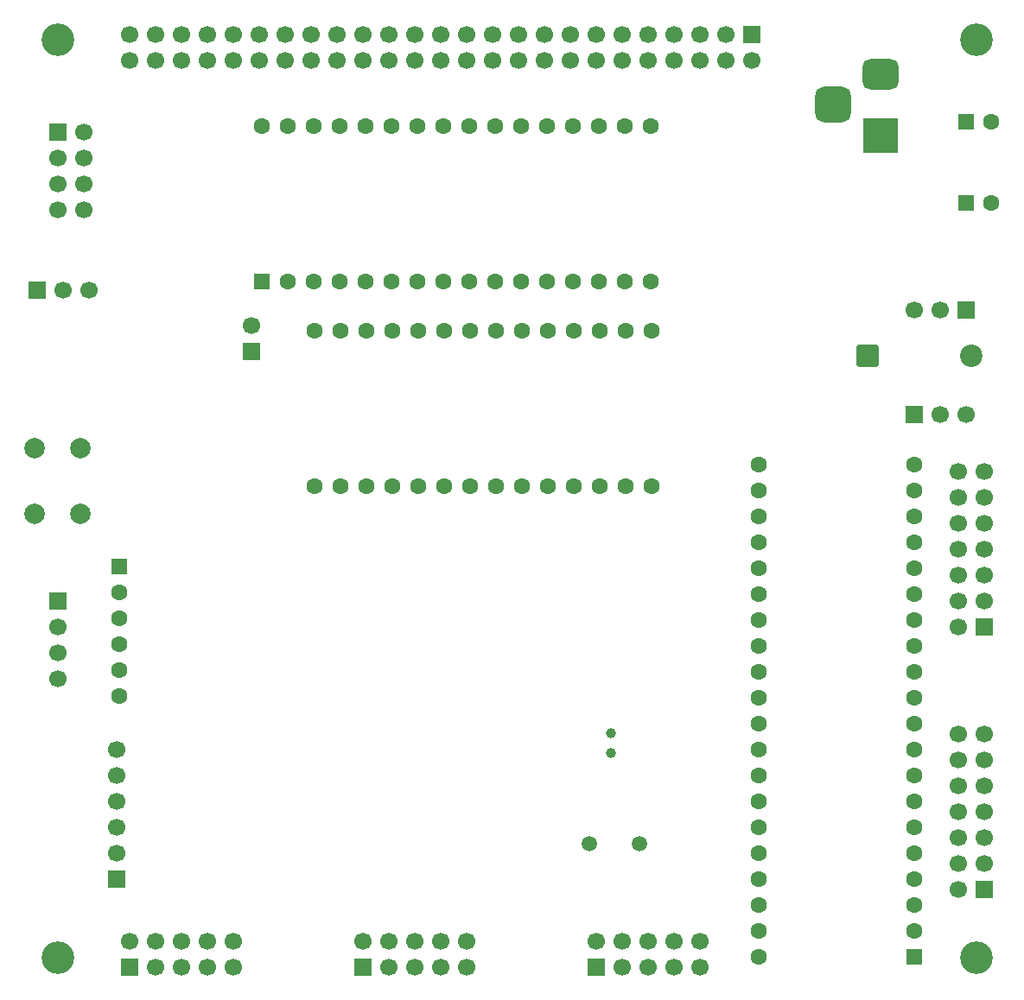
<source format=gbs>
%TF.GenerationSoftware,KiCad,Pcbnew,9.0.4*%
%TF.CreationDate,2025-09-14T15:15:17-04:00*%
%TF.ProjectId,Mench Reloaded,4d656e63-6820-4526-956c-6f616465642e,rev?*%
%TF.SameCoordinates,Original*%
%TF.FileFunction,Soldermask,Bot*%
%TF.FilePolarity,Negative*%
%FSLAX46Y46*%
G04 Gerber Fmt 4.6, Leading zero omitted, Abs format (unit mm)*
G04 Created by KiCad (PCBNEW 9.0.4) date 2025-09-14 15:15:17*
%MOMM*%
%LPD*%
G01*
G04 APERTURE LIST*
G04 Aperture macros list*
%AMRoundRect*
0 Rectangle with rounded corners*
0 $1 Rounding radius*
0 $2 $3 $4 $5 $6 $7 $8 $9 X,Y pos of 4 corners*
0 Add a 4 corners polygon primitive as box body*
4,1,4,$2,$3,$4,$5,$6,$7,$8,$9,$2,$3,0*
0 Add four circle primitives for the rounded corners*
1,1,$1+$1,$2,$3*
1,1,$1+$1,$4,$5*
1,1,$1+$1,$6,$7*
1,1,$1+$1,$8,$9*
0 Add four rect primitives between the rounded corners*
20,1,$1+$1,$2,$3,$4,$5,0*
20,1,$1+$1,$4,$5,$6,$7,0*
20,1,$1+$1,$6,$7,$8,$9,0*
20,1,$1+$1,$8,$9,$2,$3,0*%
G04 Aperture macros list end*
%ADD10R,1.700000X1.700000*%
%ADD11C,1.700000*%
%ADD12RoundRect,0.250000X0.550000X-0.550000X0.550000X0.550000X-0.550000X0.550000X-0.550000X-0.550000X0*%
%ADD13C,1.600000*%
%ADD14R,3.500000X3.500000*%
%ADD15RoundRect,0.750000X-1.000000X0.750000X-1.000000X-0.750000X1.000000X-0.750000X1.000000X0.750000X0*%
%ADD16RoundRect,0.875000X-0.875000X0.875000X-0.875000X-0.875000X0.875000X-0.875000X0.875000X0.875000X0*%
%ADD17C,3.200000*%
%ADD18C,2.000000*%
%ADD19C,1.000000*%
%ADD20RoundRect,0.250000X-0.550000X-0.550000X0.550000X-0.550000X0.550000X0.550000X-0.550000X0.550000X0*%
%ADD21C,1.500000*%
%ADD22R,1.600000X1.600000*%
%ADD23RoundRect,0.250000X0.550000X0.550000X-0.550000X0.550000X-0.550000X-0.550000X0.550000X-0.550000X0*%
%ADD24RoundRect,0.249999X-0.850001X-0.850001X0.850001X-0.850001X0.850001X0.850001X-0.850001X0.850001X0*%
%ADD25C,2.200000*%
G04 APERTURE END LIST*
D10*
%TO.C,J9*%
X58000000Y-74500000D03*
D11*
X60540000Y-74500000D03*
X63080000Y-74500000D03*
%TD*%
D10*
%TO.C,J1*%
X128000000Y-49500000D03*
D11*
X128000000Y-52040000D03*
X125460000Y-49500000D03*
X125460000Y-52040000D03*
X122920000Y-49500000D03*
X122920000Y-52040000D03*
X120380000Y-49500000D03*
X120380000Y-52040000D03*
X117840000Y-49500000D03*
X117840000Y-52040000D03*
X115300000Y-49500000D03*
X115300000Y-52040000D03*
X112760000Y-49500000D03*
X112760000Y-52040000D03*
X110220000Y-49500000D03*
X110220000Y-52040000D03*
X107680000Y-49500000D03*
X107680000Y-52040000D03*
X105140000Y-49500000D03*
X105140000Y-52040000D03*
X102600000Y-49500000D03*
X102600000Y-52040000D03*
X100060000Y-49500000D03*
X100060000Y-52040000D03*
X97520000Y-49500000D03*
X97520000Y-52040000D03*
X94980000Y-49500000D03*
X94980000Y-52040000D03*
X92440000Y-49500000D03*
X92440000Y-52040000D03*
X89900000Y-49500000D03*
X89900000Y-52040000D03*
X87360000Y-49500000D03*
X87360000Y-52040000D03*
X84820000Y-49500000D03*
X84820000Y-52040000D03*
X82280000Y-49500000D03*
X82280000Y-52040000D03*
X79740000Y-49500000D03*
X79740000Y-52040000D03*
X77200000Y-49500000D03*
X77200000Y-52040000D03*
X74660000Y-49500000D03*
X74660000Y-52040000D03*
X72120000Y-49500000D03*
X72120000Y-52040000D03*
X69580000Y-49500000D03*
X69580000Y-52040000D03*
X67040000Y-49500000D03*
X67040000Y-52040000D03*
%TD*%
D10*
%TO.C,J14*%
X150790000Y-107540000D03*
D11*
X148250000Y-107540000D03*
X150790000Y-105000000D03*
X148250000Y-105000000D03*
X150790000Y-102460000D03*
X148250000Y-102460000D03*
X150790000Y-99920000D03*
X148250000Y-99920000D03*
X150790000Y-97380000D03*
X148250000Y-97380000D03*
X150790000Y-94840000D03*
X148250000Y-94840000D03*
X150790000Y-92300000D03*
X148250000Y-92300000D03*
%TD*%
D12*
%TO.C,U2*%
X80000000Y-73645439D03*
D13*
X82540000Y-73645439D03*
X85080000Y-73645439D03*
X87620000Y-73645439D03*
X90160000Y-73645439D03*
X92700000Y-73645439D03*
X95240000Y-73645439D03*
X97780000Y-73645439D03*
X100320000Y-73645439D03*
X102860000Y-73645439D03*
X105400000Y-73645439D03*
X107940000Y-73645439D03*
X110480000Y-73645439D03*
X113020000Y-73645439D03*
X115560000Y-73645439D03*
X118100000Y-73645439D03*
X118100000Y-58405439D03*
X115560000Y-58405439D03*
X113020000Y-58405439D03*
X110480000Y-58405439D03*
X107940000Y-58405439D03*
X105400000Y-58405439D03*
X102860000Y-58405439D03*
X100320000Y-58405439D03*
X97780000Y-58405439D03*
X95240000Y-58405439D03*
X92700000Y-58405439D03*
X90160000Y-58405439D03*
X87620000Y-58405439D03*
X85080000Y-58405439D03*
X82540000Y-58405439D03*
X80000000Y-58405439D03*
%TD*%
D14*
%TO.C,J8*%
X140657500Y-59340000D03*
D15*
X140657500Y-53340000D03*
D16*
X135957500Y-56340000D03*
%TD*%
D10*
%TO.C,J2*%
X60000000Y-105000000D03*
D11*
X60000000Y-107540000D03*
X60000000Y-110080000D03*
X60000000Y-112620000D03*
%TD*%
D10*
%TO.C,J10*%
X65750000Y-132300000D03*
D11*
X65750000Y-129760000D03*
X65750000Y-127220000D03*
X65750000Y-124680000D03*
X65750000Y-122140000D03*
X65750000Y-119600000D03*
%TD*%
D10*
%TO.C,J7*%
X79000000Y-80500000D03*
D11*
X79000000Y-77960000D03*
%TD*%
D17*
%TO.C,MH3*%
X150000000Y-50000000D03*
%TD*%
D18*
%TO.C,SW1*%
X62250000Y-90000000D03*
X62250000Y-96500000D03*
X57750000Y-90000000D03*
X57750000Y-96500000D03*
%TD*%
D17*
%TO.C,MH2*%
X60000000Y-140000000D03*
%TD*%
D19*
%TO.C,Y1*%
X114250000Y-119900000D03*
X114250000Y-118000000D03*
%TD*%
D10*
%TO.C,J4*%
X67100000Y-140940000D03*
D11*
X67100000Y-138400000D03*
X69640000Y-140940000D03*
X69640000Y-138400000D03*
X72180000Y-140940000D03*
X72180000Y-138400000D03*
X74720000Y-140940000D03*
X74720000Y-138400000D03*
X77260000Y-140940000D03*
X77260000Y-138400000D03*
%TD*%
D20*
%TO.C,C9*%
X149000000Y-58000000D03*
D13*
X151500000Y-58000000D03*
%TD*%
D17*
%TO.C,MH4*%
X150000000Y-140000000D03*
%TD*%
D10*
%TO.C,J13*%
X150790000Y-133250000D03*
D11*
X148250000Y-133250000D03*
X150790000Y-130710000D03*
X148250000Y-130710000D03*
X150790000Y-128170000D03*
X148250000Y-128170000D03*
X150790000Y-125630000D03*
X148250000Y-125630000D03*
X150790000Y-123090000D03*
X148250000Y-123090000D03*
X150790000Y-120550000D03*
X148250000Y-120550000D03*
X150790000Y-118010000D03*
X148250000Y-118010000D03*
%TD*%
D10*
%TO.C,J6*%
X112815157Y-140940000D03*
D11*
X112815157Y-138400000D03*
X115355157Y-140940000D03*
X115355157Y-138400000D03*
X117895157Y-140940000D03*
X117895157Y-138400000D03*
X120435157Y-140940000D03*
X120435157Y-138400000D03*
X122975157Y-140940000D03*
X122975157Y-138400000D03*
%TD*%
D21*
%TO.C,Y2*%
X117000000Y-128769394D03*
X112120000Y-128769394D03*
%TD*%
D22*
%TO.C,RN1*%
X66040000Y-101600000D03*
D13*
X66040000Y-104140000D03*
X66040000Y-106680000D03*
X66040000Y-109220000D03*
X66040000Y-111760000D03*
X66040000Y-114300000D03*
%TD*%
D10*
%TO.C,J3*%
X60000000Y-59000000D03*
D11*
X62540000Y-59000000D03*
X60000000Y-61540000D03*
X62540000Y-61540000D03*
X60000000Y-64080000D03*
X62540000Y-64080000D03*
X60000000Y-66620000D03*
X62540000Y-66620000D03*
%TD*%
D23*
%TO.C,U6*%
X143905000Y-139920000D03*
D13*
X143905000Y-137380000D03*
X143905000Y-134840000D03*
X143905000Y-132300000D03*
X143905000Y-129760000D03*
X143905000Y-127220000D03*
X143905000Y-124680000D03*
X143905000Y-122140000D03*
X143905000Y-119600000D03*
X143905000Y-117060000D03*
X143905000Y-114520000D03*
X143905000Y-111980000D03*
X143905000Y-109440000D03*
X143905000Y-106900000D03*
X143905000Y-104360000D03*
X143905000Y-101820000D03*
X143905000Y-99280000D03*
X143905000Y-96740000D03*
X143905000Y-94200000D03*
X143905000Y-91660000D03*
X128665000Y-91660000D03*
X128665000Y-94200000D03*
X128665000Y-96740000D03*
X128665000Y-99280000D03*
X128665000Y-101820000D03*
X128665000Y-104360000D03*
X128665000Y-106900000D03*
X128665000Y-109440000D03*
X128665000Y-111980000D03*
X128665000Y-114520000D03*
X128665000Y-117060000D03*
X128665000Y-119600000D03*
X128665000Y-122140000D03*
X128665000Y-124680000D03*
X128665000Y-127220000D03*
X128665000Y-129760000D03*
X128665000Y-132300000D03*
X128665000Y-134840000D03*
X128665000Y-137380000D03*
X128665000Y-139920000D03*
%TD*%
D17*
%TO.C,MH1*%
X60000000Y-50000000D03*
%TD*%
D10*
%TO.C,J11*%
X149000000Y-76500000D03*
D11*
X146460000Y-76500000D03*
X143920000Y-76500000D03*
%TD*%
D10*
%TO.C,J5*%
X89905942Y-140940000D03*
D11*
X89905942Y-138400000D03*
X92445942Y-140940000D03*
X92445942Y-138400000D03*
X94985942Y-140940000D03*
X94985942Y-138400000D03*
X97525942Y-140940000D03*
X97525942Y-138400000D03*
X100065942Y-140940000D03*
X100065942Y-138400000D03*
%TD*%
D20*
%TO.C,C10*%
X149000000Y-66000000D03*
D13*
X151500000Y-66000000D03*
%TD*%
%TO.C,U3*%
X85156500Y-93750000D03*
X87696500Y-93750000D03*
X90236500Y-93750000D03*
X92776500Y-93750000D03*
X95316500Y-93750000D03*
X97856500Y-93750000D03*
X100396500Y-93750000D03*
X102936500Y-93750000D03*
X105476500Y-93750000D03*
X108016500Y-93750000D03*
X110556500Y-93750000D03*
X113096500Y-93750000D03*
X115636500Y-93750000D03*
X118176500Y-93750000D03*
X118176500Y-78510000D03*
X115636500Y-78510000D03*
X113096500Y-78510000D03*
X110556500Y-78510000D03*
X108016500Y-78510000D03*
X105476500Y-78510000D03*
X102936500Y-78510000D03*
X100396500Y-78510000D03*
X97856500Y-78510000D03*
X95316500Y-78510000D03*
X92776500Y-78510000D03*
X90236500Y-78510000D03*
X87696500Y-78510000D03*
X85156500Y-78510000D03*
%TD*%
D10*
%TO.C,J12*%
X143975000Y-86750000D03*
D11*
X146515000Y-86750000D03*
X149055000Y-86750000D03*
%TD*%
D24*
%TO.C,D6*%
X139340000Y-81000000D03*
D25*
X149500000Y-81000000D03*
%TD*%
M02*

</source>
